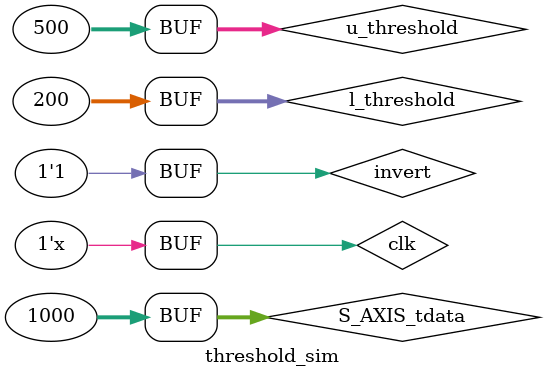
<source format=v>
`timescale 1ns / 1ps


module threshold_sim
# (
    parameter ADC_DATA_WIDTH = 16,
    parameter AXIS_TDATA_WIDTH = 32
);
reg [AXIS_TDATA_WIDTH-1:0]  S_AXIS_tdata;
reg [AXIS_TDATA_WIDTH-1:0]  u_threshold;
reg [AXIS_TDATA_WIDTH-1:0]  l_threshold;
wire l_threshold_met;
wire u_threshold_met;
reg invert;
reg clk;

ADCThresholder uut (
.clk(clk),
.S_AXIS_tdata(S_AXIS_tdata),
.l_threshold(l_threshold),
.u_threshold(u_threshold),
.l_threshold_met(l_threshold_met),
.u_threshold_met(u_threshold_met),
.invert(invert)
);


initial begin
S_AXIS_tdata = 0;
u_threshold = 500;
l_threshold = 200;
invert = 0;
clk = 0;
end
always #8 clk = ~clk;
initial begin
#102;
#80 S_AXIS_tdata = -1000;
#80 S_AXIS_tdata = -600;
#80 S_AXIS_tdata = -300;
#80 S_AXIS_tdata = -100;
#80 S_AXIS_tdata = 0;
#80 S_AXIS_tdata = 100;
#80 S_AXIS_tdata = 300;
#80 S_AXIS_tdata = 600;
#80 S_AXIS_tdata = 1000;
#80 S_AXIS_tdata = 0;
#80 invert = 1;
#80 S_AXIS_tdata = 0;
#80 S_AXIS_tdata = -1000;
#80 S_AXIS_tdata = -600;
#80 S_AXIS_tdata = -300;
#80 S_AXIS_tdata = -100;
#80 S_AXIS_tdata = 0;
#80 S_AXIS_tdata = 100;
#80 S_AXIS_tdata = 300;
#80 S_AXIS_tdata = 600;
#80 S_AXIS_tdata = 1000;
end

endmodule

</source>
